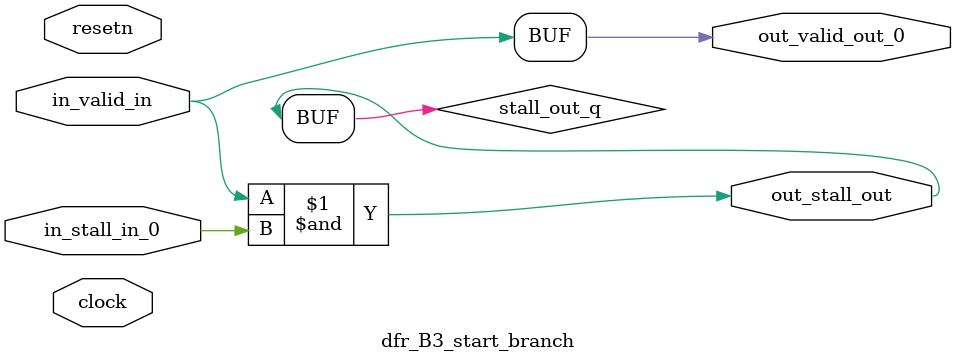
<source format=sv>



(* altera_attribute = "-name AUTO_SHIFT_REGISTER_RECOGNITION OFF; -name MESSAGE_DISABLE 10036; -name MESSAGE_DISABLE 10037; -name MESSAGE_DISABLE 14130; -name MESSAGE_DISABLE 14320; -name MESSAGE_DISABLE 15400; -name MESSAGE_DISABLE 14130; -name MESSAGE_DISABLE 10036; -name MESSAGE_DISABLE 12020; -name MESSAGE_DISABLE 12030; -name MESSAGE_DISABLE 12010; -name MESSAGE_DISABLE 12110; -name MESSAGE_DISABLE 14320; -name MESSAGE_DISABLE 13410; -name MESSAGE_DISABLE 113007; -name MESSAGE_DISABLE 10958" *)
module dfr_B3_start_branch (
    input wire [0:0] in_stall_in_0,
    input wire [0:0] in_valid_in,
    output wire [0:0] out_stall_out,
    output wire [0:0] out_valid_out_0,
    input wire clock,
    input wire resetn
    );

    wire [0:0] stall_out_q;


    // stall_out(LOGICAL,6)
    assign stall_out_q = in_valid_in & in_stall_in_0;

    // out_stall_out(GPOUT,4)
    assign out_stall_out = stall_out_q;

    // out_valid_out_0(GPOUT,5)
    assign out_valid_out_0 = in_valid_in;

endmodule

</source>
